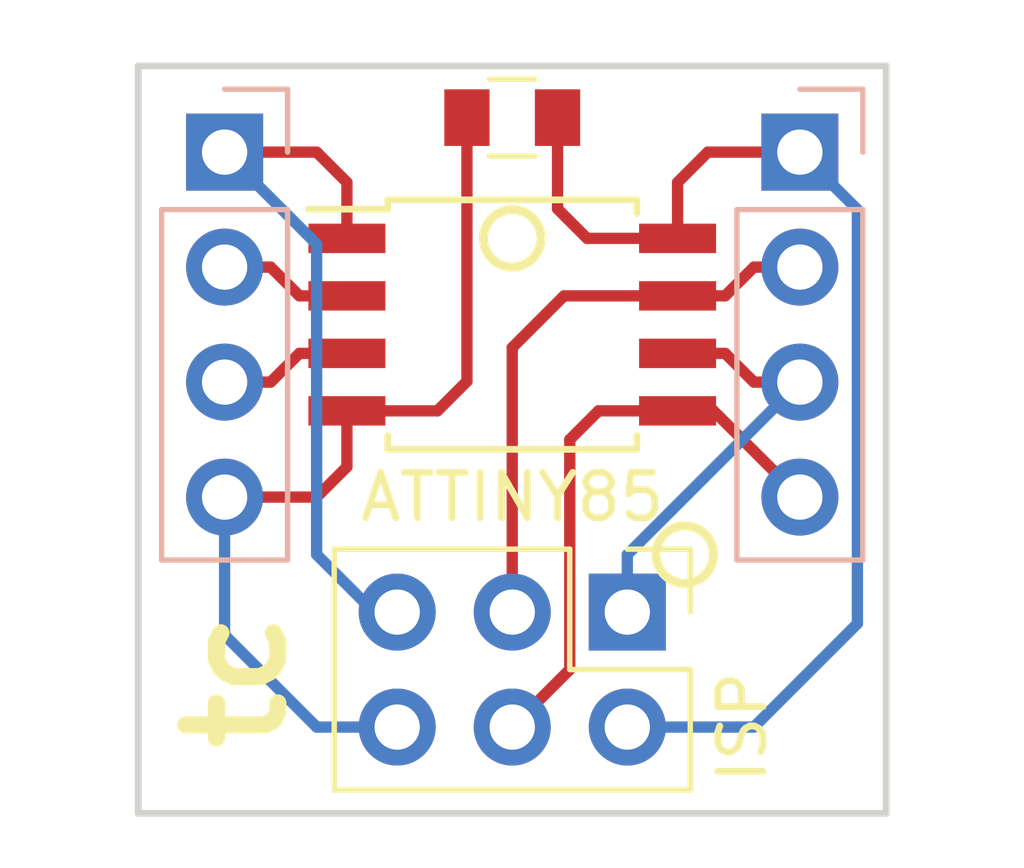
<source format=kicad_pcb>
(kicad_pcb (version 4) (host pcbnew 4.0.6)

  (general
    (links 16)
    (no_connects 0)
    (area 126.289999 93.269999 142.950001 109.930001)
    (thickness 1.6)
    (drawings 7)
    (tracks 51)
    (zones 0)
    (modules 5)
    (nets 9)
  )

  (page A4)
  (layers
    (0 F.Cu signal)
    (31 B.Cu signal)
    (32 B.Adhes user)
    (33 F.Adhes user)
    (34 B.Paste user)
    (35 F.Paste user)
    (36 B.SilkS user)
    (37 F.SilkS user)
    (38 B.Mask user)
    (39 F.Mask user)
    (40 Dwgs.User user)
    (41 Cmts.User user)
    (42 Eco1.User user)
    (43 Eco2.User user)
    (44 Edge.Cuts user)
    (45 Margin user)
    (46 B.CrtYd user)
    (47 F.CrtYd user)
    (48 B.Fab user)
    (49 F.Fab user)
  )

  (setup
    (last_trace_width 0.25)
    (trace_clearance 0.2)
    (zone_clearance 0.508)
    (zone_45_only no)
    (trace_min 0.2)
    (segment_width 0.2)
    (edge_width 0.15)
    (via_size 0.6)
    (via_drill 0.4)
    (via_min_size 0.4)
    (via_min_drill 0.3)
    (uvia_size 0.3)
    (uvia_drill 0.1)
    (uvias_allowed no)
    (uvia_min_size 0.2)
    (uvia_min_drill 0.1)
    (pcb_text_width 0.3)
    (pcb_text_size 1.5 1.5)
    (mod_edge_width 0.15)
    (mod_text_size 1 1)
    (mod_text_width 0.15)
    (pad_size 1.524 1.524)
    (pad_drill 0.762)
    (pad_to_mask_clearance 0.2)
    (aux_axis_origin 0 0)
    (visible_elements FFFFFFFF)
    (pcbplotparams
      (layerselection 0x00030_80000001)
      (usegerberextensions false)
      (excludeedgelayer true)
      (linewidth 0.100000)
      (plotframeref false)
      (viasonmask false)
      (mode 1)
      (useauxorigin false)
      (hpglpennumber 1)
      (hpglpenspeed 20)
      (hpglpendiameter 15)
      (hpglpenoverlay 2)
      (psnegative false)
      (psa4output false)
      (plotreference true)
      (plotvalue true)
      (plotinvisibletext false)
      (padsonsilk false)
      (subtractmaskfromsilk false)
      (outputformat 1)
      (mirror false)
      (drillshape 1)
      (scaleselection 1)
      (outputdirectory ""))
  )

  (net 0 "")
  (net 1 VCC)
  (net 2 GND)
  (net 3 /MISO)
  (net 4 /SCK)
  (net 5 /MOSI)
  (net 6 /~RESET)
  (net 7 /PB3)
  (net 8 /PB4)

  (net_class Default "This is the default net class."
    (clearance 0.2)
    (trace_width 0.25)
    (via_dia 0.6)
    (via_drill 0.4)
    (uvia_dia 0.3)
    (uvia_drill 0.1)
    (add_net /MISO)
    (add_net /MOSI)
    (add_net /PB3)
    (add_net /PB4)
    (add_net /SCK)
    (add_net /~RESET)
    (add_net GND)
    (add_net VCC)
  )

  (module Capacitors_SMD:C_0805 (layer F.Cu) (tedit 59899EDB) (tstamp 59899B77)
    (at 134.62 94.488 180)
    (descr "Capacitor SMD 0805, reflow soldering, AVX (see smccp.pdf)")
    (tags "capacitor 0805")
    (path /5989BADE)
    (attr smd)
    (fp_text reference C1 (at 2.54 0 270) (layer F.SilkS) hide
      (effects (font (size 1 1) (thickness 0.15)))
    )
    (fp_text value 0.1u (at 0 1.75 180) (layer F.Fab)
      (effects (font (size 1 1) (thickness 0.15)))
    )
    (fp_text user %R (at 0 -1.5 180) (layer F.Fab)
      (effects (font (size 1 1) (thickness 0.15)))
    )
    (fp_line (start -1 0.62) (end -1 -0.62) (layer F.Fab) (width 0.1))
    (fp_line (start 1 0.62) (end -1 0.62) (layer F.Fab) (width 0.1))
    (fp_line (start 1 -0.62) (end 1 0.62) (layer F.Fab) (width 0.1))
    (fp_line (start -1 -0.62) (end 1 -0.62) (layer F.Fab) (width 0.1))
    (fp_line (start 0.5 -0.85) (end -0.5 -0.85) (layer F.SilkS) (width 0.12))
    (fp_line (start -0.5 0.85) (end 0.5 0.85) (layer F.SilkS) (width 0.12))
    (fp_line (start -1.75 -0.88) (end 1.75 -0.88) (layer F.CrtYd) (width 0.05))
    (fp_line (start -1.75 -0.88) (end -1.75 0.87) (layer F.CrtYd) (width 0.05))
    (fp_line (start 1.75 0.87) (end 1.75 -0.88) (layer F.CrtYd) (width 0.05))
    (fp_line (start 1.75 0.87) (end -1.75 0.87) (layer F.CrtYd) (width 0.05))
    (pad 1 smd rect (at -1 0 180) (size 1 1.25) (layers F.Cu F.Paste F.Mask)
      (net 1 VCC))
    (pad 2 smd rect (at 1 0 180) (size 1 1.25) (layers F.Cu F.Paste F.Mask)
      (net 2 GND))
    (model Capacitors_SMD.3dshapes/C_0805.wrl
      (at (xyz 0 0 0))
      (scale (xyz 1 1 1))
      (rotate (xyz 0 0 0))
    )
  )

  (module Pin_Headers:Pin_Header_Straight_2x03_Pitch2.54mm (layer F.Cu) (tedit 59A4EE06) (tstamp 59899B91)
    (at 137.16 105.41 270)
    (descr "Through hole straight pin header, 2x03, 2.54mm pitch, double rows")
    (tags "Through hole pin header THT 2x03 2.54mm double row")
    (path /5989BA93)
    (fp_text reference ISP (at 2.54 -2.54 270) (layer F.SilkS)
      (effects (font (size 1 1) (thickness 0.15)))
    )
    (fp_text value AVR-ISP-6 (at 1.27 7.47 270) (layer F.Fab)
      (effects (font (size 1 1) (thickness 0.15)))
    )
    (fp_line (start -1.27 -1.27) (end -1.27 6.35) (layer F.Fab) (width 0.1))
    (fp_line (start -1.27 6.35) (end 3.81 6.35) (layer F.Fab) (width 0.1))
    (fp_line (start 3.81 6.35) (end 3.81 -1.27) (layer F.Fab) (width 0.1))
    (fp_line (start 3.81 -1.27) (end -1.27 -1.27) (layer F.Fab) (width 0.1))
    (fp_line (start -1.39 1.27) (end -1.39 6.47) (layer F.SilkS) (width 0.12))
    (fp_line (start -1.39 6.47) (end 3.93 6.47) (layer F.SilkS) (width 0.12))
    (fp_line (start 3.93 6.47) (end 3.93 -1.39) (layer F.SilkS) (width 0.12))
    (fp_line (start 3.93 -1.39) (end 1.27 -1.39) (layer F.SilkS) (width 0.12))
    (fp_line (start 1.27 -1.39) (end 1.27 1.27) (layer F.SilkS) (width 0.12))
    (fp_line (start 1.27 1.27) (end -1.39 1.27) (layer F.SilkS) (width 0.12))
    (fp_line (start -1.39 0) (end -1.39 -1.39) (layer F.SilkS) (width 0.12))
    (fp_line (start -1.39 -1.39) (end 0 -1.39) (layer F.SilkS) (width 0.12))
    (fp_line (start -1.6 -1.6) (end -1.6 6.6) (layer F.CrtYd) (width 0.05))
    (fp_line (start -1.6 6.6) (end 4.1 6.6) (layer F.CrtYd) (width 0.05))
    (fp_line (start 4.1 6.6) (end 4.1 -1.6) (layer F.CrtYd) (width 0.05))
    (fp_line (start 4.1 -1.6) (end -1.6 -1.6) (layer F.CrtYd) (width 0.05))
    (pad 1 thru_hole rect (at 0 0 270) (size 1.7 1.7) (drill 1) (layers *.Cu *.Mask)
      (net 3 /MISO))
    (pad 2 thru_hole oval (at 2.54 0 270) (size 1.7 1.7) (drill 1) (layers *.Cu *.Mask)
      (net 1 VCC))
    (pad 3 thru_hole oval (at 0 2.54 270) (size 1.7 1.7) (drill 1) (layers *.Cu *.Mask)
      (net 4 /SCK))
    (pad 4 thru_hole oval (at 2.54 2.54 270) (size 1.7 1.7) (drill 1) (layers *.Cu *.Mask)
      (net 5 /MOSI))
    (pad 5 thru_hole oval (at 0 5.08 270) (size 1.7 1.7) (drill 1) (layers *.Cu *.Mask)
      (net 6 /~RESET))
    (pad 6 thru_hole oval (at 2.54 5.08 270) (size 1.7 1.7) (drill 1) (layers *.Cu *.Mask)
      (net 2 GND))
    (model Pin_Headers.3dshapes/Pin_Header_Straight_2x03_Pitch2.54mm.wrl
      (at (xyz 0.05 -0.1 0))
      (scale (xyz 1 1 1))
      (rotate (xyz 0 0 90))
    )
  )

  (module Pin_Headers:Pin_Header_Straight_1x04_Pitch2.54mm (layer B.Cu) (tedit 59899ED4) (tstamp 59899BA7)
    (at 128.27 95.25 180)
    (descr "Through hole straight pin header, 1x04, 2.54mm pitch, single row")
    (tags "Through hole pin header THT 1x04 2.54mm single row")
    (path /5989BC1A)
    (fp_text reference J1 (at 0 2.39 180) (layer B.SilkS) hide
      (effects (font (size 1 1) (thickness 0.15)) (justify mirror))
    )
    (fp_text value CONN_01X04 (at 0 -10.01 180) (layer B.Fab)
      (effects (font (size 1 1) (thickness 0.15)) (justify mirror))
    )
    (fp_line (start -1.27 1.27) (end -1.27 -8.89) (layer B.Fab) (width 0.1))
    (fp_line (start -1.27 -8.89) (end 1.27 -8.89) (layer B.Fab) (width 0.1))
    (fp_line (start 1.27 -8.89) (end 1.27 1.27) (layer B.Fab) (width 0.1))
    (fp_line (start 1.27 1.27) (end -1.27 1.27) (layer B.Fab) (width 0.1))
    (fp_line (start -1.39 -1.27) (end -1.39 -9.01) (layer B.SilkS) (width 0.12))
    (fp_line (start -1.39 -9.01) (end 1.39 -9.01) (layer B.SilkS) (width 0.12))
    (fp_line (start 1.39 -9.01) (end 1.39 -1.27) (layer B.SilkS) (width 0.12))
    (fp_line (start 1.39 -1.27) (end -1.39 -1.27) (layer B.SilkS) (width 0.12))
    (fp_line (start -1.39 0) (end -1.39 1.39) (layer B.SilkS) (width 0.12))
    (fp_line (start -1.39 1.39) (end 0 1.39) (layer B.SilkS) (width 0.12))
    (fp_line (start -1.6 1.6) (end -1.6 -9.2) (layer B.CrtYd) (width 0.05))
    (fp_line (start -1.6 -9.2) (end 1.6 -9.2) (layer B.CrtYd) (width 0.05))
    (fp_line (start 1.6 -9.2) (end 1.6 1.6) (layer B.CrtYd) (width 0.05))
    (fp_line (start 1.6 1.6) (end -1.6 1.6) (layer B.CrtYd) (width 0.05))
    (pad 1 thru_hole rect (at 0 0 180) (size 1.7 1.7) (drill 1) (layers *.Cu *.Mask)
      (net 6 /~RESET))
    (pad 2 thru_hole oval (at 0 -2.54 180) (size 1.7 1.7) (drill 1) (layers *.Cu *.Mask)
      (net 7 /PB3))
    (pad 3 thru_hole oval (at 0 -5.08 180) (size 1.7 1.7) (drill 1) (layers *.Cu *.Mask)
      (net 8 /PB4))
    (pad 4 thru_hole oval (at 0 -7.62 180) (size 1.7 1.7) (drill 1) (layers *.Cu *.Mask)
      (net 2 GND))
    (model Pin_Headers.3dshapes/Pin_Header_Straight_1x04_Pitch2.54mm.wrl
      (at (xyz 0 -0.15 0))
      (scale (xyz 1 1 1))
      (rotate (xyz 0 0 90))
    )
  )

  (module Pin_Headers:Pin_Header_Straight_1x04_Pitch2.54mm (layer B.Cu) (tedit 59899ED7) (tstamp 59899BBD)
    (at 140.97 95.25 180)
    (descr "Through hole straight pin header, 1x04, 2.54mm pitch, single row")
    (tags "Through hole pin header THT 1x04 2.54mm single row")
    (path /5989BB4F)
    (fp_text reference J2 (at 0 2.39 180) (layer B.SilkS) hide
      (effects (font (size 1 1) (thickness 0.15)) (justify mirror))
    )
    (fp_text value CONN_01X04 (at 0 -10.01 180) (layer B.Fab)
      (effects (font (size 1 1) (thickness 0.15)) (justify mirror))
    )
    (fp_line (start -1.27 1.27) (end -1.27 -8.89) (layer B.Fab) (width 0.1))
    (fp_line (start -1.27 -8.89) (end 1.27 -8.89) (layer B.Fab) (width 0.1))
    (fp_line (start 1.27 -8.89) (end 1.27 1.27) (layer B.Fab) (width 0.1))
    (fp_line (start 1.27 1.27) (end -1.27 1.27) (layer B.Fab) (width 0.1))
    (fp_line (start -1.39 -1.27) (end -1.39 -9.01) (layer B.SilkS) (width 0.12))
    (fp_line (start -1.39 -9.01) (end 1.39 -9.01) (layer B.SilkS) (width 0.12))
    (fp_line (start 1.39 -9.01) (end 1.39 -1.27) (layer B.SilkS) (width 0.12))
    (fp_line (start 1.39 -1.27) (end -1.39 -1.27) (layer B.SilkS) (width 0.12))
    (fp_line (start -1.39 0) (end -1.39 1.39) (layer B.SilkS) (width 0.12))
    (fp_line (start -1.39 1.39) (end 0 1.39) (layer B.SilkS) (width 0.12))
    (fp_line (start -1.6 1.6) (end -1.6 -9.2) (layer B.CrtYd) (width 0.05))
    (fp_line (start -1.6 -9.2) (end 1.6 -9.2) (layer B.CrtYd) (width 0.05))
    (fp_line (start 1.6 -9.2) (end 1.6 1.6) (layer B.CrtYd) (width 0.05))
    (fp_line (start 1.6 1.6) (end -1.6 1.6) (layer B.CrtYd) (width 0.05))
    (pad 1 thru_hole rect (at 0 0 180) (size 1.7 1.7) (drill 1) (layers *.Cu *.Mask)
      (net 1 VCC))
    (pad 2 thru_hole oval (at 0 -2.54 180) (size 1.7 1.7) (drill 1) (layers *.Cu *.Mask)
      (net 4 /SCK))
    (pad 3 thru_hole oval (at 0 -5.08 180) (size 1.7 1.7) (drill 1) (layers *.Cu *.Mask)
      (net 3 /MISO))
    (pad 4 thru_hole oval (at 0 -7.62 180) (size 1.7 1.7) (drill 1) (layers *.Cu *.Mask)
      (net 5 /MOSI))
    (model Pin_Headers.3dshapes/Pin_Header_Straight_1x04_Pitch2.54mm.wrl
      (at (xyz 0 -0.15 0))
      (scale (xyz 1 1 1))
      (rotate (xyz 0 0 90))
    )
  )

  (module Housings_SOIC:SOIJ-8_5.3x5.3mm_Pitch1.27mm (layer F.Cu) (tedit 59A4EC5D) (tstamp 59899BD9)
    (at 134.62 99.06)
    (descr "8-Lead Plastic Small Outline (SM) - Medium, 5.28 mm Body [SOIC] (see Microchip Packaging Specification 00000049BS.pdf)")
    (tags "SOIC 1.27")
    (path /5989BA4A)
    (attr smd)
    (fp_text reference ATTINY85 (at 0 3.81) (layer F.SilkS)
      (effects (font (size 1 1) (thickness 0.15)))
    )
    (fp_text value ATTINY85-20SU (at 0 3.68) (layer F.Fab)
      (effects (font (size 1 1) (thickness 0.15)))
    )
    (fp_line (start -1.65 -2.65) (end 2.65 -2.65) (layer F.Fab) (width 0.15))
    (fp_line (start 2.65 -2.65) (end 2.65 2.65) (layer F.Fab) (width 0.15))
    (fp_line (start 2.65 2.65) (end -2.65 2.65) (layer F.Fab) (width 0.15))
    (fp_line (start -2.65 2.65) (end -2.65 -1.65) (layer F.Fab) (width 0.15))
    (fp_line (start -2.65 -1.65) (end -1.65 -2.65) (layer F.Fab) (width 0.15))
    (fp_line (start -4.75 -2.95) (end -4.75 2.95) (layer F.CrtYd) (width 0.05))
    (fp_line (start 4.75 -2.95) (end 4.75 2.95) (layer F.CrtYd) (width 0.05))
    (fp_line (start -4.75 -2.95) (end 4.75 -2.95) (layer F.CrtYd) (width 0.05))
    (fp_line (start -4.75 2.95) (end 4.75 2.95) (layer F.CrtYd) (width 0.05))
    (fp_line (start -2.75 -2.755) (end -2.75 -2.55) (layer F.SilkS) (width 0.15))
    (fp_line (start 2.75 -2.755) (end 2.75 -2.455) (layer F.SilkS) (width 0.15))
    (fp_line (start 2.75 2.755) (end 2.75 2.455) (layer F.SilkS) (width 0.15))
    (fp_line (start -2.75 2.755) (end -2.75 2.455) (layer F.SilkS) (width 0.15))
    (fp_line (start -2.75 -2.755) (end 2.75 -2.755) (layer F.SilkS) (width 0.15))
    (fp_line (start -2.75 2.755) (end 2.75 2.755) (layer F.SilkS) (width 0.15))
    (fp_line (start -2.75 -2.55) (end -4.5 -2.55) (layer F.SilkS) (width 0.15))
    (pad 1 smd rect (at -3.65 -1.905) (size 1.7 0.65) (layers F.Cu F.Paste F.Mask)
      (net 6 /~RESET))
    (pad 2 smd rect (at -3.65 -0.635) (size 1.7 0.65) (layers F.Cu F.Paste F.Mask)
      (net 7 /PB3))
    (pad 3 smd rect (at -3.65 0.635) (size 1.7 0.65) (layers F.Cu F.Paste F.Mask)
      (net 8 /PB4))
    (pad 4 smd rect (at -3.65 1.905) (size 1.7 0.65) (layers F.Cu F.Paste F.Mask)
      (net 2 GND))
    (pad 5 smd rect (at 3.65 1.905) (size 1.7 0.65) (layers F.Cu F.Paste F.Mask)
      (net 5 /MOSI))
    (pad 6 smd rect (at 3.65 0.635) (size 1.7 0.65) (layers F.Cu F.Paste F.Mask)
      (net 3 /MISO))
    (pad 7 smd rect (at 3.65 -0.635) (size 1.7 0.65) (layers F.Cu F.Paste F.Mask)
      (net 4 /SCK))
    (pad 8 smd rect (at 3.65 -1.905) (size 1.7 0.65) (layers F.Cu F.Paste F.Mask)
      (net 1 VCC))
    (model Housings_SOIC.3dshapes/SOIJ-8_5.3x5.3mm_Pitch1.27mm.wrl
      (at (xyz 0 0 0))
      (scale (xyz 1 1 1))
      (rotate (xyz 0 0 0))
    )
  )

  (gr_circle (center 138.43 104.14) (end 139.065 104.14) (layer F.SilkS) (width 0.2))
  (gr_circle (center 134.62 97.155) (end 135.255 97.155) (layer F.SilkS) (width 0.2))
  (gr_line (start 126.365 93.345) (end 126.365 109.855) (angle 90) (layer Edge.Cuts) (width 0.15))
  (gr_line (start 142.875 93.345) (end 126.365 93.345) (angle 90) (layer Edge.Cuts) (width 0.15))
  (gr_line (start 142.875 109.855) (end 142.875 93.345) (angle 90) (layer Edge.Cuts) (width 0.15))
  (gr_line (start 126.365 109.855) (end 142.875 109.855) (angle 90) (layer Edge.Cuts) (width 0.15))
  (gr_text tc (at 128.524 106.934 90) (layer F.SilkS)
    (effects (font (size 2.032 2.032) (thickness 0.381)))
  )

  (segment (start 140.97 95.25) (end 138.938 95.25) (width 0.25) (layer F.Cu) (net 1) (status 10))
  (segment (start 138.27 95.918) (end 138.27 97.155) (width 0.25) (layer F.Cu) (net 1) (tstamp 59A4EFD6) (status 20))
  (segment (start 138.938 95.25) (end 138.27 95.918) (width 0.25) (layer F.Cu) (net 1) (tstamp 59A4EFD5))
  (segment (start 137.16 107.95) (end 139.954 107.95) (width 0.25) (layer B.Cu) (net 1) (status 10))
  (segment (start 142.24 96.52) (end 140.97 95.25) (width 0.25) (layer B.Cu) (net 1) (tstamp 59899E4F) (status 20))
  (segment (start 142.24 105.664) (end 142.24 96.52) (width 0.25) (layer B.Cu) (net 1) (tstamp 59899E4C))
  (segment (start 139.954 107.95) (end 142.24 105.664) (width 0.25) (layer B.Cu) (net 1) (tstamp 59899E37))
  (segment (start 135.62 96.504) (end 135.62 94.488) (width 0.25) (layer F.Cu) (net 1) (tstamp 59899DC5) (status 20))
  (segment (start 136.271 97.155) (end 138.303 97.155) (width 0.25) (layer F.Cu) (net 1) (status 20))
  (segment (start 136.271 97.155) (end 135.62 96.504) (width 0.25) (layer F.Cu) (net 1) (tstamp 59899DC4))
  (segment (start 128.27 102.87) (end 130.302 102.87) (width 0.25) (layer F.Cu) (net 2))
  (segment (start 130.97 102.202) (end 130.97 100.965) (width 0.25) (layer F.Cu) (net 2) (tstamp 59A4EFF8))
  (segment (start 130.302 102.87) (end 130.97 102.202) (width 0.25) (layer F.Cu) (net 2) (tstamp 59A4EFF7))
  (segment (start 133.62 100.314) (end 133.62 94.488) (width 0.25) (layer F.Cu) (net 2) (tstamp 59899FA3) (status 20))
  (segment (start 132.08 107.95) (end 130.302 107.95) (width 0.25) (layer B.Cu) (net 2) (status 10))
  (segment (start 128.27 105.918) (end 128.27 102.87) (width 0.25) (layer B.Cu) (net 2) (tstamp 59899E24) (status 20))
  (segment (start 130.302 107.95) (end 128.27 105.918) (width 0.25) (layer B.Cu) (net 2) (tstamp 59899E1D))
  (segment (start 130.683 100.965) (end 132.969 100.965) (width 0.25) (layer F.Cu) (net 2) (status 10))
  (segment (start 132.969 100.965) (end 133.62 100.314) (width 0.25) (layer F.Cu) (net 2) (tstamp 59899FA2))
  (segment (start 128.778 102.87) (end 128.27 102.87) (width 0.25) (layer F.Cu) (net 2) (tstamp 59899DAD) (status 30))
  (segment (start 139.319 99.695) (end 138.27 99.695) (width 0.25) (layer F.Cu) (net 3) (tstamp 59A4EFC0) (status 20))
  (segment (start 139.954 100.33) (end 139.319 99.695) (width 0.25) (layer F.Cu) (net 3) (tstamp 59A4EFBF))
  (segment (start 140.97 100.33) (end 139.954 100.33) (width 0.25) (layer F.Cu) (net 3) (status 10))
  (segment (start 137.16 105.41) (end 137.16 104.14) (width 0.25) (layer B.Cu) (net 3) (status 10))
  (segment (start 137.16 104.14) (end 140.97 100.33) (width 0.25) (layer B.Cu) (net 3) (tstamp 59899E18) (status 20))
  (segment (start 139.954 97.79) (end 140.97 97.79) (width 0.25) (layer F.Cu) (net 4) (tstamp 59A4EFCA) (status 20))
  (segment (start 139.319 98.425) (end 139.954 97.79) (width 0.25) (layer F.Cu) (net 4) (tstamp 59A4EFC9))
  (segment (start 138.27 98.425) (end 139.319 98.425) (width 0.25) (layer F.Cu) (net 4) (status 10))
  (segment (start 138.557 98.425) (end 135.763 98.425) (width 0.25) (layer F.Cu) (net 4) (status 10))
  (segment (start 134.62 99.568) (end 134.62 105.41) (width 0.25) (layer F.Cu) (net 4) (tstamp 59899E06) (status 20))
  (segment (start 135.763 98.425) (end 134.62 99.568) (width 0.25) (layer F.Cu) (net 4) (tstamp 59899E05))
  (segment (start 140.97 102.87) (end 139.065 100.965) (width 0.25) (layer F.Cu) (net 5) (status 30))
  (segment (start 139.065 100.965) (end 138.27 100.965) (width 0.25) (layer F.Cu) (net 5) (tstamp 59A4EFAD) (status 30))
  (segment (start 136.525 100.965) (end 138.557 100.965) (width 0.25) (layer F.Cu) (net 5) (tstamp 59899DD5) (status 20))
  (segment (start 135.89 101.6) (end 136.525 100.965) (width 0.25) (layer F.Cu) (net 5) (tstamp 59899DD4))
  (segment (start 140.462 102.87) (end 140.97 102.87) (width 0.25) (layer F.Cu) (net 5) (tstamp 59899DC0) (status 30))
  (segment (start 135.89 106.68) (end 135.89 101.6) (width 0.25) (layer F.Cu) (net 5) (tstamp 59899DD3))
  (segment (start 134.62 107.95) (end 135.89 106.68) (width 0.25) (layer F.Cu) (net 5) (status 10))
  (segment (start 128.27 95.25) (end 130.302 95.25) (width 0.25) (layer F.Cu) (net 6) (status 10))
  (segment (start 130.97 95.918) (end 130.97 97.155) (width 0.25) (layer F.Cu) (net 6) (tstamp 59A4EFDF) (status 20))
  (segment (start 130.302 95.25) (end 130.97 95.918) (width 0.25) (layer F.Cu) (net 6) (tstamp 59A4EFDE))
  (segment (start 132.08 105.41) (end 131.572 105.41) (width 0.25) (layer B.Cu) (net 6) (status 30))
  (segment (start 131.572 105.41) (end 130.302 104.14) (width 0.25) (layer B.Cu) (net 6) (tstamp 59899FA8) (status 10))
  (segment (start 130.302 104.14) (end 130.302 97.282) (width 0.25) (layer B.Cu) (net 6) (tstamp 59899FA9))
  (segment (start 130.302 97.282) (end 128.27 95.25) (width 0.25) (layer B.Cu) (net 6) (tstamp 59899FAB) (status 20))
  (segment (start 130.97 98.425) (end 129.921 98.425) (width 0.25) (layer F.Cu) (net 7))
  (segment (start 129.286 97.79) (end 128.27 97.79) (width 0.25) (layer F.Cu) (net 7) (tstamp 59A4EFF0))
  (segment (start 129.921 98.425) (end 129.286 97.79) (width 0.25) (layer F.Cu) (net 7) (tstamp 59A4EFEF))
  (segment (start 130.97 99.695) (end 129.921 99.695) (width 0.25) (layer F.Cu) (net 8))
  (segment (start 129.286 100.33) (end 128.27 100.33) (width 0.25) (layer F.Cu) (net 8) (tstamp 59A4EFF4))
  (segment (start 129.921 99.695) (end 129.286 100.33) (width 0.25) (layer F.Cu) (net 8) (tstamp 59A4EFF3))

)

</source>
